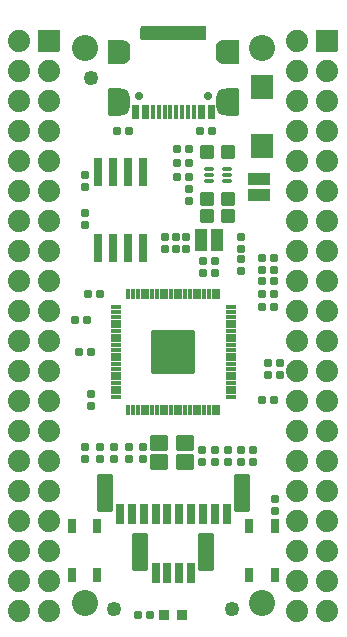
<source format=gbr>
%TF.GenerationSoftware,KiCad,Pcbnew,7.0.9-7.0.9~ubuntu22.04.1*%
%TF.CreationDate,2025-02-11T13:08:51+02:00*%
%TF.ProjectId,RP2350-PICO2-XXL_Rev_B,52503233-3530-42d5-9049-434f322d5858,B*%
%TF.SameCoordinates,PX81b3200PY6e263e0*%
%TF.FileFunction,Soldermask,Top*%
%TF.FilePolarity,Negative*%
%FSLAX46Y46*%
G04 Gerber Fmt 4.6, Leading zero omitted, Abs format (unit mm)*
G04 Created by KiCad (PCBNEW 7.0.9-7.0.9~ubuntu22.04.1) date 2025-02-11 13:08:51*
%MOMM*%
%LPD*%
G01*
G04 APERTURE LIST*
G04 Aperture macros list*
%AMRoundRect*
0 Rectangle with rounded corners*
0 $1 Rounding radius*
0 $2 $3 $4 $5 $6 $7 $8 $9 X,Y pos of 4 corners*
0 Add a 4 corners polygon primitive as box body*
4,1,4,$2,$3,$4,$5,$6,$7,$8,$9,$2,$3,0*
0 Add four circle primitives for the rounded corners*
1,1,$1+$1,$2,$3*
1,1,$1+$1,$4,$5*
1,1,$1+$1,$6,$7*
1,1,$1+$1,$8,$9*
0 Add four rect primitives between the rounded corners*
20,1,$1+$1,$2,$3,$4,$5,0*
20,1,$1+$1,$4,$5,$6,$7,0*
20,1,$1+$1,$6,$7,$8,$9,0*
20,1,$1+$1,$8,$9,$2,$3,0*%
G04 Aperture macros list end*
%ADD10C,1.254000*%
%ADD11RoundRect,0.050800X-0.400000X-0.400000X0.400000X-0.400000X0.400000X0.400000X-0.400000X0.400000X0*%
%ADD12C,2.201600*%
%ADD13RoundRect,0.050800X-0.250000X-0.275000X0.250000X-0.275000X0.250000X0.275000X-0.250000X0.275000X0*%
%ADD14RoundRect,0.050800X0.250000X0.275000X-0.250000X0.275000X-0.250000X-0.275000X0.250000X-0.275000X0*%
%ADD15RoundRect,0.050800X0.275000X-0.250000X0.275000X0.250000X-0.275000X0.250000X-0.275000X-0.250000X0*%
%ADD16RoundRect,0.050800X-0.275000X0.250000X-0.275000X-0.250000X0.275000X-0.250000X0.275000X0.250000X0*%
%ADD17RoundRect,0.050800X0.850000X-1.000000X0.850000X1.000000X-0.850000X1.000000X-0.850000X-1.000000X0*%
%ADD18RoundRect,0.050800X-0.325000X0.525000X-0.325000X-0.525000X0.325000X-0.525000X0.325000X0.525000X0*%
%ADD19RoundRect,0.050800X-0.600000X-1.550000X0.600000X-1.550000X0.600000X1.550000X-0.600000X1.550000X0*%
%ADD20RoundRect,0.050800X-0.300000X-0.775000X0.300000X-0.775000X0.300000X0.775000X-0.300000X0.775000X0*%
%ADD21RoundRect,0.050800X-0.300000X0.525000X-0.300000X-0.525000X0.300000X-0.525000X0.300000X0.525000X0*%
%ADD22C,0.701600*%
%ADD23RoundRect,0.050800X0.550000X1.100000X-0.550000X1.100000X-0.550000X-1.100000X0.550000X-1.100000X0*%
%ADD24O,1.301600X2.301600*%
%ADD25RoundRect,0.050800X0.550000X1.000000X-0.550000X1.000000X-0.550000X-1.000000X0.550000X-1.000000X0*%
%ADD26O,1.401600X2.101600*%
%ADD27RoundRect,0.050800X0.150000X0.575000X-0.150000X0.575000X-0.150000X-0.575000X0.150000X-0.575000X0*%
%ADD28RoundRect,0.050800X0.125000X0.575000X-0.125000X0.575000X-0.125000X-0.575000X0.125000X-0.575000X0*%
%ADD29RoundRect,0.050800X-0.450000X-0.900000X0.450000X-0.900000X0.450000X0.900000X-0.450000X0.900000X0*%
%ADD30RoundRect,0.050800X0.700000X0.600000X-0.700000X0.600000X-0.700000X-0.600000X0.700000X-0.600000X0*%
%ADD31RoundRect,0.050800X0.508000X0.508000X-0.508000X0.508000X-0.508000X-0.508000X0.508000X-0.508000X0*%
%ADD32RoundRect,0.050800X-0.390000X-0.100000X0.390000X-0.100000X0.390000X0.100000X-0.390000X0.100000X0*%
%ADD33RoundRect,0.050800X-0.390000X0.100000X-0.390000X-0.100000X0.390000X-0.100000X0.390000X0.100000X0*%
%ADD34RoundRect,0.050800X-0.100000X-0.390000X0.100000X-0.390000X0.100000X0.390000X-0.100000X0.390000X0*%
%ADD35RoundRect,0.050800X-0.100000X0.390000X-0.100000X-0.390000X0.100000X-0.390000X0.100000X0.390000X0*%
%ADD36RoundRect,0.050800X0.100000X-0.390000X0.100000X0.390000X-0.100000X0.390000X-0.100000X-0.390000X0*%
%ADD37C,1.901600*%
%ADD38RoundRect,0.050800X-1.800000X-1.800000X1.800000X-1.800000X1.800000X1.800000X-1.800000X1.800000X0*%
%ADD39RoundRect,0.050800X0.900000X-0.450000X0.900000X0.450000X-0.900000X0.450000X-0.900000X-0.450000X0*%
%ADD40RoundRect,0.050800X0.350000X0.125000X-0.350000X0.125000X-0.350000X-0.125000X0.350000X-0.125000X0*%
%ADD41RoundRect,0.050800X-0.300000X-1.100000X0.300000X-1.100000X0.300000X1.100000X-0.300000X1.100000X0*%
%ADD42RoundRect,0.050800X-0.889000X0.889000X-0.889000X-0.889000X0.889000X-0.889000X0.889000X0.889000X0*%
%ADD43C,1.879600*%
G04 APERTURE END LIST*
D10*
%TO.C,FID1*%
X9450000Y1500000D03*
%TD*%
D11*
%TO.C,LED1*%
X15262000Y1000000D03*
X13738000Y1000000D03*
%TD*%
D10*
%TO.C,FID3*%
X7500000Y46500000D03*
%TD*%
%TO.C,FID2*%
X19500000Y1500000D03*
%TD*%
D12*
%TO.C,MH1*%
X7000000Y2000000D03*
%TD*%
%TO.C,MH2*%
X22000000Y2000000D03*
%TD*%
D13*
%TO.C,R10*%
X17758000Y42000000D03*
D14*
X16742000Y42000000D03*
%TD*%
D15*
%TO.C,R7*%
X14700000Y33008000D03*
D16*
X14700000Y31992000D03*
%TD*%
D17*
%TO.C,D1*%
X22000000Y40750000D03*
X22000000Y45750000D03*
%TD*%
D15*
%TO.C,R6*%
X15600000Y33008000D03*
D16*
X15600000Y31992000D03*
%TD*%
D15*
%TO.C,R18*%
X8250000Y15258000D03*
D16*
X8250000Y14242000D03*
%TD*%
D15*
%TO.C,R17*%
X7000000Y15258000D03*
D16*
X7000000Y14242000D03*
%TD*%
D18*
%TO.C,RST1*%
X8075000Y8575000D03*
X8075000Y4425000D03*
X5925000Y8575000D03*
X5925000Y4425000D03*
%TD*%
D14*
%TO.C,R5*%
X9742000Y42000000D03*
D13*
X10758000Y42000000D03*
%TD*%
D14*
%TO.C,R12*%
X14792000Y40500000D03*
D13*
X15808000Y40500000D03*
%TD*%
%TO.C,R8*%
X23008000Y28150000D03*
D14*
X21992000Y28150000D03*
%TD*%
%TO.C,R4*%
X21992000Y29250000D03*
D13*
X23008000Y29250000D03*
%TD*%
D19*
%TO.C,pUEXT1*%
X8700000Y11350000D03*
X20300000Y11350000D03*
D20*
X10000000Y9575000D03*
X11000000Y9575000D03*
X12000000Y9575000D03*
X13000000Y9575000D03*
X14000000Y9575000D03*
X15000000Y9575000D03*
X16000000Y9575000D03*
X17000000Y9575000D03*
X18000000Y9575000D03*
X19000000Y9575000D03*
%TD*%
D18*
%TO.C,BOOT1*%
X23075000Y8575000D03*
X23075000Y4425000D03*
D21*
X20925000Y8575000D03*
D18*
X20925000Y4425000D03*
%TD*%
D13*
%TO.C,R15*%
X12508000Y1000000D03*
D14*
X11492000Y1000000D03*
%TD*%
D22*
%TO.C,USB-C1*%
X11610000Y44970000D03*
X17390000Y44970000D03*
D23*
X9572400Y44470000D03*
D24*
X10180000Y44470000D03*
X18820000Y44470000D03*
D23*
X19427600Y44470000D03*
D25*
X9572400Y48650000D03*
D26*
X10180000Y48650000D03*
X18820000Y48650000D03*
D25*
X19427600Y48650000D03*
D27*
X17825000Y43568000D03*
X17025000Y43568000D03*
D28*
X15750000Y43568000D03*
X14750000Y43568000D03*
X14250000Y43568000D03*
X13250000Y43568000D03*
D27*
X11975000Y43568000D03*
X11175000Y43568000D03*
X11425000Y43568000D03*
X12225000Y43568000D03*
D28*
X12750000Y43568000D03*
X13750000Y43568000D03*
X15250000Y43568000D03*
X16250000Y43568000D03*
D27*
X16775000Y43568000D03*
X17575000Y43568000D03*
%TD*%
D13*
%TO.C,C10*%
X8258000Y28200000D03*
D14*
X7242000Y28200000D03*
%TD*%
D15*
%TO.C,C4*%
X7500000Y19708000D03*
D16*
X7500000Y18692000D03*
%TD*%
D13*
%TO.C,R13*%
X15808000Y38100000D03*
D14*
X14792000Y38100000D03*
%TD*%
%TO.C,C17*%
X22492000Y22375000D03*
D13*
X23508000Y22375000D03*
%TD*%
D14*
%TO.C,C9*%
X21992000Y30250000D03*
D13*
X23008000Y30250000D03*
%TD*%
D14*
%TO.C,C14*%
X16992000Y31000000D03*
D13*
X18008000Y31000000D03*
%TD*%
D15*
%TO.C,C16*%
X19100000Y15008000D03*
D16*
X19100000Y13992000D03*
%TD*%
%TO.C,C11*%
X13800000Y31992000D03*
D15*
X13800000Y33008000D03*
%TD*%
D12*
%TO.C,MH3*%
X7000000Y49000000D03*
%TD*%
D15*
%TO.C,R3*%
X20250000Y33008000D03*
D16*
X20250000Y31992000D03*
%TD*%
D13*
%TO.C,C3*%
X7208000Y26000000D03*
D14*
X6192000Y26000000D03*
%TD*%
D13*
%TO.C,C23*%
X15808000Y39250000D03*
D14*
X14792000Y39250000D03*
%TD*%
D29*
%TO.C,L1*%
X16800000Y32750000D03*
X18200000Y32750000D03*
%TD*%
D15*
%TO.C,C18*%
X20250000Y31108000D03*
D16*
X20250000Y30092000D03*
%TD*%
%TO.C,R2*%
X21200000Y13992000D03*
D15*
X21200000Y15008000D03*
%TD*%
D30*
%TO.C,Q1*%
X15500000Y15550000D03*
X13300000Y13950000D03*
X15500000Y13950000D03*
X13300000Y15550000D03*
%TD*%
D12*
%TO.C,MH4*%
X22000000Y49000000D03*
%TD*%
D14*
%TO.C,C8*%
X22492000Y21300000D03*
D13*
X23508000Y21300000D03*
%TD*%
D16*
%TO.C,C21*%
X11900000Y14242000D03*
D15*
X11900000Y15258000D03*
%TD*%
D14*
%TO.C,C19*%
X21992000Y27100000D03*
D13*
X23008000Y27100000D03*
%TD*%
D31*
%TO.C,C22*%
X19125000Y40250000D03*
X17347000Y40250000D03*
%TD*%
D15*
%TO.C,C2*%
X20200000Y15008000D03*
D16*
X20200000Y13992000D03*
%TD*%
D14*
%TO.C,C12*%
X21992000Y31250000D03*
D13*
X23008000Y31250000D03*
%TD*%
D14*
%TO.C,C13*%
X16992000Y30000000D03*
D13*
X18008000Y30000000D03*
%TD*%
D32*
%TO.C,U3*%
X9603500Y27050000D03*
X9603500Y26650000D03*
X9603500Y26250000D03*
X9603500Y25850000D03*
X9603500Y25450000D03*
X9603500Y25050000D03*
X9603500Y24650000D03*
X9603500Y24250000D03*
X9603500Y23850000D03*
X9603500Y23450000D03*
X9603500Y23050000D03*
X9603500Y22650000D03*
X9603500Y22250000D03*
X9603500Y21850000D03*
X9603500Y21450000D03*
D33*
X9603500Y21050000D03*
X9603500Y20650000D03*
X9603500Y20250000D03*
X9603500Y19850000D03*
X9603500Y19450000D03*
D34*
X10700000Y18353500D03*
X11100000Y18353500D03*
X11500000Y18353500D03*
X11900000Y18353500D03*
X12300000Y18353500D03*
X12700000Y18353500D03*
X13100000Y18353500D03*
X13500000Y18353500D03*
X13900000Y18353500D03*
X14300000Y18353500D03*
D35*
X14700000Y18353500D03*
X15100000Y18353500D03*
X15500000Y18353500D03*
X15900000Y18353500D03*
X16300000Y18353500D03*
X16700000Y18353500D03*
X17100000Y18353500D03*
X17500000Y18353500D03*
X17900000Y18353500D03*
X18300000Y18353500D03*
D32*
X19396500Y19450000D03*
X19396500Y19850000D03*
X19396500Y20250000D03*
X19396500Y20650000D03*
X19396500Y21050000D03*
D33*
X19396500Y21450000D03*
X19396500Y21850000D03*
X19396500Y22250000D03*
X19396500Y22650000D03*
X19396500Y23050000D03*
X19396500Y23450000D03*
X19396500Y23850000D03*
X19396500Y24250000D03*
X19396500Y24650000D03*
X19396500Y25050000D03*
X19396500Y25450000D03*
X19396500Y25850000D03*
X19396500Y26250000D03*
X19396500Y26650000D03*
X19396500Y27050000D03*
D36*
X18300000Y28146500D03*
X17900000Y28146500D03*
X17500000Y28146500D03*
X17100000Y28146500D03*
X16700000Y28146500D03*
D34*
X16300000Y28146500D03*
X15900000Y28146500D03*
X15500000Y28146500D03*
X15100000Y28146500D03*
X14700000Y28146500D03*
X14300000Y28146500D03*
X13900000Y28146500D03*
X13500000Y28146500D03*
X13100000Y28146500D03*
X12700000Y28146500D03*
X12300000Y28146500D03*
X11900000Y28146500D03*
X11500000Y28146500D03*
X11100000Y28146500D03*
X10700000Y28146500D03*
D37*
X14500000Y23250000D03*
D38*
X14500000Y23250000D03*
%TD*%
D39*
%TO.C,L2*%
X21750000Y36550000D03*
X21750000Y37950000D03*
%TD*%
D14*
%TO.C,C7*%
X21992000Y19250000D03*
D13*
X23008000Y19250000D03*
%TD*%
D40*
%TO.C,U2*%
X19000000Y37750000D03*
X19000000Y38250000D03*
X19000000Y38750000D03*
X17500000Y38750000D03*
X17500000Y38250000D03*
X17500000Y37750000D03*
%TD*%
D15*
%TO.C,C20*%
X16900000Y15008000D03*
D16*
X16900000Y13992000D03*
%TD*%
D31*
%TO.C,C24*%
X19139000Y36250000D03*
X17361000Y36250000D03*
%TD*%
D15*
%TO.C,R11*%
X23100000Y10808000D03*
D16*
X23100000Y9792000D03*
%TD*%
D15*
%TO.C,R1*%
X7000000Y35008000D03*
D16*
X7000000Y33992000D03*
%TD*%
%TO.C,C1*%
X7000000Y37242000D03*
D15*
X7000000Y38258000D03*
%TD*%
D41*
%TO.C,U1*%
X8085000Y32085000D03*
X9355000Y32085000D03*
X10625000Y32085000D03*
X11895000Y32085000D03*
X11895000Y38555000D03*
X10625000Y38555000D03*
X9355000Y38555000D03*
X8085000Y38555000D03*
%TD*%
D16*
%TO.C,R9*%
X18000000Y13992000D03*
D15*
X18000000Y15008000D03*
%TD*%
D31*
%TO.C,C25*%
X19139000Y34750000D03*
X17361000Y34750000D03*
%TD*%
D15*
%TO.C,R14*%
X15800000Y37108000D03*
D16*
X15800000Y36092000D03*
%TD*%
D19*
%TO.C,QWST1*%
X11700000Y6350000D03*
X17300000Y6350000D03*
D20*
X13000000Y4575000D03*
X14000000Y4575000D03*
X15000000Y4575000D03*
X16000000Y4575000D03*
%TD*%
D13*
%TO.C,C15*%
X7508000Y23250000D03*
D14*
X6492000Y23250000D03*
%TD*%
D15*
%TO.C,C6*%
X10750000Y15258000D03*
D16*
X10750000Y14242000D03*
%TD*%
D15*
%TO.C,C5*%
X9500000Y15258000D03*
D16*
X9500000Y14242000D03*
%TD*%
D42*
%TO.C,EXT1*%
X4000000Y49630000D03*
D43*
X1460000Y49630000D03*
X4000000Y47090000D03*
X1460000Y47090000D03*
X4000000Y44550000D03*
X1460000Y44550000D03*
X4000000Y42010000D03*
X1460000Y42010000D03*
X4000000Y39470000D03*
X1460000Y39470000D03*
X4000000Y36930000D03*
X1460000Y36930000D03*
X4000000Y34390000D03*
X1460000Y34390000D03*
X4000000Y31850000D03*
X1460000Y31850000D03*
X4000000Y29310000D03*
X1460000Y29310000D03*
X4000000Y26770000D03*
X1460000Y26770000D03*
X4000000Y24230000D03*
X1460000Y24230000D03*
X4000000Y21690000D03*
X1460000Y21690000D03*
X4000000Y19150000D03*
X1460000Y19150000D03*
X4000000Y16610000D03*
X1460000Y16610000D03*
X4000000Y14070000D03*
X1460000Y14070000D03*
X4000000Y11530000D03*
X1460000Y11530000D03*
X4000000Y8990000D03*
X1460000Y8990000D03*
X4000000Y6450000D03*
X1460000Y6450000D03*
X4000000Y3910000D03*
X1460000Y3910000D03*
X4000000Y1370000D03*
X1460000Y1370000D03*
%TD*%
D42*
%TO.C,EXT2*%
X27540000Y49630000D03*
D43*
X25000000Y49630000D03*
X27540000Y47090000D03*
X25000000Y47090000D03*
X27540000Y44550000D03*
X25000000Y44550000D03*
X27540000Y42010000D03*
X25000000Y42010000D03*
X27540000Y39470000D03*
X25000000Y39470000D03*
X27540000Y36930000D03*
X25000000Y36930000D03*
X27540000Y34390000D03*
X25000000Y34390000D03*
X27540000Y31850000D03*
X25000000Y31850000D03*
X27540000Y29310000D03*
X25000000Y29310000D03*
X27540000Y26770000D03*
X25000000Y26770000D03*
X27540000Y24230000D03*
X25000000Y24230000D03*
X27540000Y21690000D03*
X25000000Y21690000D03*
X27540000Y19150000D03*
X25000000Y19150000D03*
X27540000Y16610000D03*
X25000000Y16610000D03*
X27540000Y14070000D03*
X25000000Y14070000D03*
X27540000Y11530000D03*
X25000000Y11530000D03*
X27540000Y8990000D03*
X25000000Y8990000D03*
X27540000Y6450000D03*
X25000000Y6450000D03*
X27540000Y3910000D03*
X25000000Y3910000D03*
X27540000Y1370000D03*
X25000000Y1370000D03*
%TD*%
G36*
X17231121Y50836998D02*
G01*
X17277614Y50783342D01*
X17289000Y50731000D01*
X17289000Y49840000D01*
X17268998Y49771879D01*
X17215342Y49725386D01*
X17163000Y49714000D01*
X11827000Y49714000D01*
X11758879Y49734002D01*
X11712386Y49787658D01*
X11701000Y49840000D01*
X11701000Y50731000D01*
X11721002Y50799121D01*
X11774658Y50845614D01*
X11827000Y50857000D01*
X17163000Y50857000D01*
X17231121Y50836998D01*
G37*
M02*

</source>
